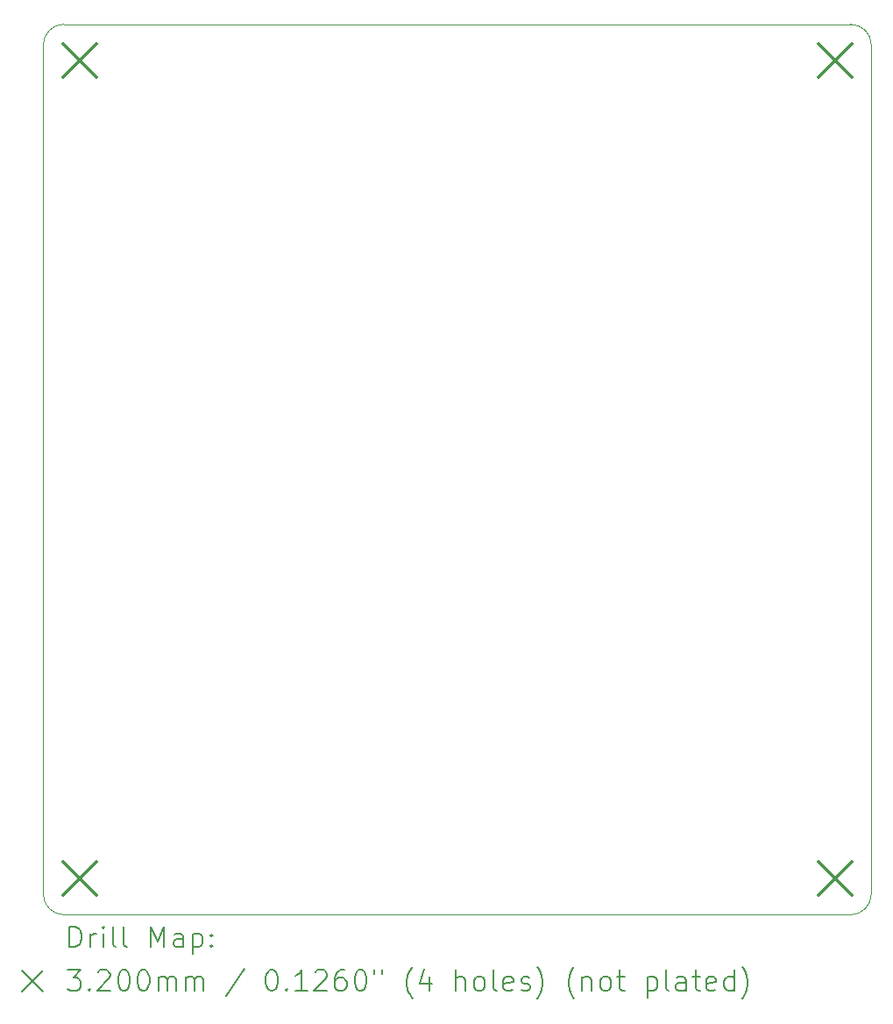
<source format=gbr>
%TF.GenerationSoftware,KiCad,Pcbnew,(6.0.7)*%
%TF.CreationDate,2022-12-27T15:37:00+11:00*%
%TF.ProjectId,esp32_esc,65737033-325f-4657-9363-2e6b69636164,rev?*%
%TF.SameCoordinates,Original*%
%TF.FileFunction,Drillmap*%
%TF.FilePolarity,Positive*%
%FSLAX45Y45*%
G04 Gerber Fmt 4.5, Leading zero omitted, Abs format (unit mm)*
G04 Created by KiCad (PCBNEW (6.0.7)) date 2022-12-27 15:37:00*
%MOMM*%
%LPD*%
G01*
G04 APERTURE LIST*
%ADD10C,0.050000*%
%ADD11C,0.200000*%
%ADD12C,0.320000*%
G04 APERTURE END LIST*
D10*
X4200000Y-3400000D02*
G75*
G03*
X4000000Y-3600000I0J-200000D01*
G01*
X4200000Y-12000000D02*
X11800000Y-12000000D01*
X11800000Y-12000000D02*
G75*
G03*
X12000000Y-11800000I0J200000D01*
G01*
X12000000Y-11800000D02*
X12000000Y-3600000D01*
X12000000Y-3600000D02*
G75*
G03*
X11800000Y-3400000I-200000J0D01*
G01*
X4000000Y-11800000D02*
X4000000Y-3600000D01*
X11800000Y-3400000D02*
X4200000Y-3400000D01*
X4000000Y-11800000D02*
G75*
G03*
X4200000Y-12000000I200000J0D01*
G01*
D11*
D12*
X4190000Y-3590000D02*
X4510000Y-3910000D01*
X4510000Y-3590000D02*
X4190000Y-3910000D01*
X4190000Y-11490000D02*
X4510000Y-11810000D01*
X4510000Y-11490000D02*
X4190000Y-11810000D01*
X11490000Y-3590000D02*
X11810000Y-3910000D01*
X11810000Y-3590000D02*
X11490000Y-3910000D01*
X11490000Y-11490000D02*
X11810000Y-11810000D01*
X11810000Y-11490000D02*
X11490000Y-11810000D01*
D11*
X4255119Y-12312976D02*
X4255119Y-12112976D01*
X4302738Y-12112976D01*
X4331310Y-12122500D01*
X4350357Y-12141548D01*
X4359881Y-12160595D01*
X4369405Y-12198690D01*
X4369405Y-12227262D01*
X4359881Y-12265357D01*
X4350357Y-12284405D01*
X4331310Y-12303452D01*
X4302738Y-12312976D01*
X4255119Y-12312976D01*
X4455119Y-12312976D02*
X4455119Y-12179643D01*
X4455119Y-12217738D02*
X4464643Y-12198690D01*
X4474167Y-12189167D01*
X4493214Y-12179643D01*
X4512262Y-12179643D01*
X4578929Y-12312976D02*
X4578929Y-12179643D01*
X4578929Y-12112976D02*
X4569405Y-12122500D01*
X4578929Y-12132024D01*
X4588452Y-12122500D01*
X4578929Y-12112976D01*
X4578929Y-12132024D01*
X4702738Y-12312976D02*
X4683690Y-12303452D01*
X4674167Y-12284405D01*
X4674167Y-12112976D01*
X4807500Y-12312976D02*
X4788452Y-12303452D01*
X4778929Y-12284405D01*
X4778929Y-12112976D01*
X5036071Y-12312976D02*
X5036071Y-12112976D01*
X5102738Y-12255833D01*
X5169405Y-12112976D01*
X5169405Y-12312976D01*
X5350357Y-12312976D02*
X5350357Y-12208214D01*
X5340833Y-12189167D01*
X5321786Y-12179643D01*
X5283690Y-12179643D01*
X5264643Y-12189167D01*
X5350357Y-12303452D02*
X5331310Y-12312976D01*
X5283690Y-12312976D01*
X5264643Y-12303452D01*
X5255119Y-12284405D01*
X5255119Y-12265357D01*
X5264643Y-12246309D01*
X5283690Y-12236786D01*
X5331310Y-12236786D01*
X5350357Y-12227262D01*
X5445595Y-12179643D02*
X5445595Y-12379643D01*
X5445595Y-12189167D02*
X5464643Y-12179643D01*
X5502738Y-12179643D01*
X5521786Y-12189167D01*
X5531310Y-12198690D01*
X5540833Y-12217738D01*
X5540833Y-12274881D01*
X5531310Y-12293928D01*
X5521786Y-12303452D01*
X5502738Y-12312976D01*
X5464643Y-12312976D01*
X5445595Y-12303452D01*
X5626548Y-12293928D02*
X5636071Y-12303452D01*
X5626548Y-12312976D01*
X5617024Y-12303452D01*
X5626548Y-12293928D01*
X5626548Y-12312976D01*
X5626548Y-12189167D02*
X5636071Y-12198690D01*
X5626548Y-12208214D01*
X5617024Y-12198690D01*
X5626548Y-12189167D01*
X5626548Y-12208214D01*
X3797500Y-12542500D02*
X3997500Y-12742500D01*
X3997500Y-12542500D02*
X3797500Y-12742500D01*
X4236071Y-12532976D02*
X4359881Y-12532976D01*
X4293214Y-12609167D01*
X4321786Y-12609167D01*
X4340833Y-12618690D01*
X4350357Y-12628214D01*
X4359881Y-12647262D01*
X4359881Y-12694881D01*
X4350357Y-12713928D01*
X4340833Y-12723452D01*
X4321786Y-12732976D01*
X4264643Y-12732976D01*
X4245595Y-12723452D01*
X4236071Y-12713928D01*
X4445595Y-12713928D02*
X4455119Y-12723452D01*
X4445595Y-12732976D01*
X4436071Y-12723452D01*
X4445595Y-12713928D01*
X4445595Y-12732976D01*
X4531310Y-12552024D02*
X4540833Y-12542500D01*
X4559881Y-12532976D01*
X4607500Y-12532976D01*
X4626548Y-12542500D01*
X4636071Y-12552024D01*
X4645595Y-12571071D01*
X4645595Y-12590119D01*
X4636071Y-12618690D01*
X4521786Y-12732976D01*
X4645595Y-12732976D01*
X4769405Y-12532976D02*
X4788452Y-12532976D01*
X4807500Y-12542500D01*
X4817024Y-12552024D01*
X4826548Y-12571071D01*
X4836071Y-12609167D01*
X4836071Y-12656786D01*
X4826548Y-12694881D01*
X4817024Y-12713928D01*
X4807500Y-12723452D01*
X4788452Y-12732976D01*
X4769405Y-12732976D01*
X4750357Y-12723452D01*
X4740833Y-12713928D01*
X4731310Y-12694881D01*
X4721786Y-12656786D01*
X4721786Y-12609167D01*
X4731310Y-12571071D01*
X4740833Y-12552024D01*
X4750357Y-12542500D01*
X4769405Y-12532976D01*
X4959881Y-12532976D02*
X4978929Y-12532976D01*
X4997976Y-12542500D01*
X5007500Y-12552024D01*
X5017024Y-12571071D01*
X5026548Y-12609167D01*
X5026548Y-12656786D01*
X5017024Y-12694881D01*
X5007500Y-12713928D01*
X4997976Y-12723452D01*
X4978929Y-12732976D01*
X4959881Y-12732976D01*
X4940833Y-12723452D01*
X4931310Y-12713928D01*
X4921786Y-12694881D01*
X4912262Y-12656786D01*
X4912262Y-12609167D01*
X4921786Y-12571071D01*
X4931310Y-12552024D01*
X4940833Y-12542500D01*
X4959881Y-12532976D01*
X5112262Y-12732976D02*
X5112262Y-12599643D01*
X5112262Y-12618690D02*
X5121786Y-12609167D01*
X5140833Y-12599643D01*
X5169405Y-12599643D01*
X5188452Y-12609167D01*
X5197976Y-12628214D01*
X5197976Y-12732976D01*
X5197976Y-12628214D02*
X5207500Y-12609167D01*
X5226548Y-12599643D01*
X5255119Y-12599643D01*
X5274167Y-12609167D01*
X5283690Y-12628214D01*
X5283690Y-12732976D01*
X5378929Y-12732976D02*
X5378929Y-12599643D01*
X5378929Y-12618690D02*
X5388452Y-12609167D01*
X5407500Y-12599643D01*
X5436071Y-12599643D01*
X5455119Y-12609167D01*
X5464643Y-12628214D01*
X5464643Y-12732976D01*
X5464643Y-12628214D02*
X5474167Y-12609167D01*
X5493214Y-12599643D01*
X5521786Y-12599643D01*
X5540833Y-12609167D01*
X5550357Y-12628214D01*
X5550357Y-12732976D01*
X5940833Y-12523452D02*
X5769405Y-12780595D01*
X6197976Y-12532976D02*
X6217024Y-12532976D01*
X6236071Y-12542500D01*
X6245595Y-12552024D01*
X6255119Y-12571071D01*
X6264643Y-12609167D01*
X6264643Y-12656786D01*
X6255119Y-12694881D01*
X6245595Y-12713928D01*
X6236071Y-12723452D01*
X6217024Y-12732976D01*
X6197976Y-12732976D01*
X6178928Y-12723452D01*
X6169405Y-12713928D01*
X6159881Y-12694881D01*
X6150357Y-12656786D01*
X6150357Y-12609167D01*
X6159881Y-12571071D01*
X6169405Y-12552024D01*
X6178928Y-12542500D01*
X6197976Y-12532976D01*
X6350357Y-12713928D02*
X6359881Y-12723452D01*
X6350357Y-12732976D01*
X6340833Y-12723452D01*
X6350357Y-12713928D01*
X6350357Y-12732976D01*
X6550357Y-12732976D02*
X6436071Y-12732976D01*
X6493214Y-12732976D02*
X6493214Y-12532976D01*
X6474167Y-12561548D01*
X6455119Y-12580595D01*
X6436071Y-12590119D01*
X6626548Y-12552024D02*
X6636071Y-12542500D01*
X6655119Y-12532976D01*
X6702738Y-12532976D01*
X6721786Y-12542500D01*
X6731309Y-12552024D01*
X6740833Y-12571071D01*
X6740833Y-12590119D01*
X6731309Y-12618690D01*
X6617024Y-12732976D01*
X6740833Y-12732976D01*
X6912262Y-12532976D02*
X6874167Y-12532976D01*
X6855119Y-12542500D01*
X6845595Y-12552024D01*
X6826548Y-12580595D01*
X6817024Y-12618690D01*
X6817024Y-12694881D01*
X6826548Y-12713928D01*
X6836071Y-12723452D01*
X6855119Y-12732976D01*
X6893214Y-12732976D01*
X6912262Y-12723452D01*
X6921786Y-12713928D01*
X6931309Y-12694881D01*
X6931309Y-12647262D01*
X6921786Y-12628214D01*
X6912262Y-12618690D01*
X6893214Y-12609167D01*
X6855119Y-12609167D01*
X6836071Y-12618690D01*
X6826548Y-12628214D01*
X6817024Y-12647262D01*
X7055119Y-12532976D02*
X7074167Y-12532976D01*
X7093214Y-12542500D01*
X7102738Y-12552024D01*
X7112262Y-12571071D01*
X7121786Y-12609167D01*
X7121786Y-12656786D01*
X7112262Y-12694881D01*
X7102738Y-12713928D01*
X7093214Y-12723452D01*
X7074167Y-12732976D01*
X7055119Y-12732976D01*
X7036071Y-12723452D01*
X7026548Y-12713928D01*
X7017024Y-12694881D01*
X7007500Y-12656786D01*
X7007500Y-12609167D01*
X7017024Y-12571071D01*
X7026548Y-12552024D01*
X7036071Y-12542500D01*
X7055119Y-12532976D01*
X7197976Y-12532976D02*
X7197976Y-12571071D01*
X7274167Y-12532976D02*
X7274167Y-12571071D01*
X7569405Y-12809167D02*
X7559881Y-12799643D01*
X7540833Y-12771071D01*
X7531309Y-12752024D01*
X7521786Y-12723452D01*
X7512262Y-12675833D01*
X7512262Y-12637738D01*
X7521786Y-12590119D01*
X7531309Y-12561548D01*
X7540833Y-12542500D01*
X7559881Y-12513928D01*
X7569405Y-12504405D01*
X7731309Y-12599643D02*
X7731309Y-12732976D01*
X7683690Y-12523452D02*
X7636071Y-12666309D01*
X7759881Y-12666309D01*
X7988452Y-12732976D02*
X7988452Y-12532976D01*
X8074167Y-12732976D02*
X8074167Y-12628214D01*
X8064643Y-12609167D01*
X8045595Y-12599643D01*
X8017024Y-12599643D01*
X7997976Y-12609167D01*
X7988452Y-12618690D01*
X8197976Y-12732976D02*
X8178928Y-12723452D01*
X8169405Y-12713928D01*
X8159881Y-12694881D01*
X8159881Y-12637738D01*
X8169405Y-12618690D01*
X8178928Y-12609167D01*
X8197976Y-12599643D01*
X8226548Y-12599643D01*
X8245595Y-12609167D01*
X8255119Y-12618690D01*
X8264643Y-12637738D01*
X8264643Y-12694881D01*
X8255119Y-12713928D01*
X8245595Y-12723452D01*
X8226548Y-12732976D01*
X8197976Y-12732976D01*
X8378928Y-12732976D02*
X8359881Y-12723452D01*
X8350357Y-12704405D01*
X8350357Y-12532976D01*
X8531310Y-12723452D02*
X8512262Y-12732976D01*
X8474167Y-12732976D01*
X8455119Y-12723452D01*
X8445595Y-12704405D01*
X8445595Y-12628214D01*
X8455119Y-12609167D01*
X8474167Y-12599643D01*
X8512262Y-12599643D01*
X8531310Y-12609167D01*
X8540833Y-12628214D01*
X8540833Y-12647262D01*
X8445595Y-12666309D01*
X8617024Y-12723452D02*
X8636071Y-12732976D01*
X8674167Y-12732976D01*
X8693214Y-12723452D01*
X8702738Y-12704405D01*
X8702738Y-12694881D01*
X8693214Y-12675833D01*
X8674167Y-12666309D01*
X8645595Y-12666309D01*
X8626548Y-12656786D01*
X8617024Y-12637738D01*
X8617024Y-12628214D01*
X8626548Y-12609167D01*
X8645595Y-12599643D01*
X8674167Y-12599643D01*
X8693214Y-12609167D01*
X8769405Y-12809167D02*
X8778929Y-12799643D01*
X8797976Y-12771071D01*
X8807500Y-12752024D01*
X8817024Y-12723452D01*
X8826548Y-12675833D01*
X8826548Y-12637738D01*
X8817024Y-12590119D01*
X8807500Y-12561548D01*
X8797976Y-12542500D01*
X8778929Y-12513928D01*
X8769405Y-12504405D01*
X9131310Y-12809167D02*
X9121786Y-12799643D01*
X9102738Y-12771071D01*
X9093214Y-12752024D01*
X9083690Y-12723452D01*
X9074167Y-12675833D01*
X9074167Y-12637738D01*
X9083690Y-12590119D01*
X9093214Y-12561548D01*
X9102738Y-12542500D01*
X9121786Y-12513928D01*
X9131310Y-12504405D01*
X9207500Y-12599643D02*
X9207500Y-12732976D01*
X9207500Y-12618690D02*
X9217024Y-12609167D01*
X9236071Y-12599643D01*
X9264643Y-12599643D01*
X9283690Y-12609167D01*
X9293214Y-12628214D01*
X9293214Y-12732976D01*
X9417024Y-12732976D02*
X9397976Y-12723452D01*
X9388452Y-12713928D01*
X9378929Y-12694881D01*
X9378929Y-12637738D01*
X9388452Y-12618690D01*
X9397976Y-12609167D01*
X9417024Y-12599643D01*
X9445595Y-12599643D01*
X9464643Y-12609167D01*
X9474167Y-12618690D01*
X9483690Y-12637738D01*
X9483690Y-12694881D01*
X9474167Y-12713928D01*
X9464643Y-12723452D01*
X9445595Y-12732976D01*
X9417024Y-12732976D01*
X9540833Y-12599643D02*
X9617024Y-12599643D01*
X9569405Y-12532976D02*
X9569405Y-12704405D01*
X9578929Y-12723452D01*
X9597976Y-12732976D01*
X9617024Y-12732976D01*
X9836071Y-12599643D02*
X9836071Y-12799643D01*
X9836071Y-12609167D02*
X9855119Y-12599643D01*
X9893214Y-12599643D01*
X9912262Y-12609167D01*
X9921786Y-12618690D01*
X9931310Y-12637738D01*
X9931310Y-12694881D01*
X9921786Y-12713928D01*
X9912262Y-12723452D01*
X9893214Y-12732976D01*
X9855119Y-12732976D01*
X9836071Y-12723452D01*
X10045595Y-12732976D02*
X10026548Y-12723452D01*
X10017024Y-12704405D01*
X10017024Y-12532976D01*
X10207500Y-12732976D02*
X10207500Y-12628214D01*
X10197976Y-12609167D01*
X10178929Y-12599643D01*
X10140833Y-12599643D01*
X10121786Y-12609167D01*
X10207500Y-12723452D02*
X10188452Y-12732976D01*
X10140833Y-12732976D01*
X10121786Y-12723452D01*
X10112262Y-12704405D01*
X10112262Y-12685357D01*
X10121786Y-12666309D01*
X10140833Y-12656786D01*
X10188452Y-12656786D01*
X10207500Y-12647262D01*
X10274167Y-12599643D02*
X10350357Y-12599643D01*
X10302738Y-12532976D02*
X10302738Y-12704405D01*
X10312262Y-12723452D01*
X10331310Y-12732976D01*
X10350357Y-12732976D01*
X10493214Y-12723452D02*
X10474167Y-12732976D01*
X10436071Y-12732976D01*
X10417024Y-12723452D01*
X10407500Y-12704405D01*
X10407500Y-12628214D01*
X10417024Y-12609167D01*
X10436071Y-12599643D01*
X10474167Y-12599643D01*
X10493214Y-12609167D01*
X10502738Y-12628214D01*
X10502738Y-12647262D01*
X10407500Y-12666309D01*
X10674167Y-12732976D02*
X10674167Y-12532976D01*
X10674167Y-12723452D02*
X10655119Y-12732976D01*
X10617024Y-12732976D01*
X10597976Y-12723452D01*
X10588452Y-12713928D01*
X10578929Y-12694881D01*
X10578929Y-12637738D01*
X10588452Y-12618690D01*
X10597976Y-12609167D01*
X10617024Y-12599643D01*
X10655119Y-12599643D01*
X10674167Y-12609167D01*
X10750357Y-12809167D02*
X10759881Y-12799643D01*
X10778929Y-12771071D01*
X10788452Y-12752024D01*
X10797976Y-12723452D01*
X10807500Y-12675833D01*
X10807500Y-12637738D01*
X10797976Y-12590119D01*
X10788452Y-12561548D01*
X10778929Y-12542500D01*
X10759881Y-12513928D01*
X10750357Y-12504405D01*
M02*

</source>
